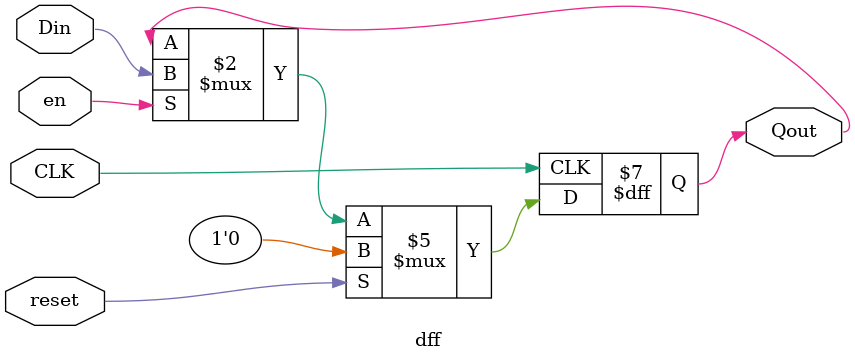
<source format=v>
module dff( CLK, en, reset, Din, Qout);
input CLK, en, reset, Din;
output reg Qout;

always @(posedge CLK)
if(reset)
    Qout <= 0;
else
begin
	if( en )
		Qout <= Din;
end

endmodule
</source>
